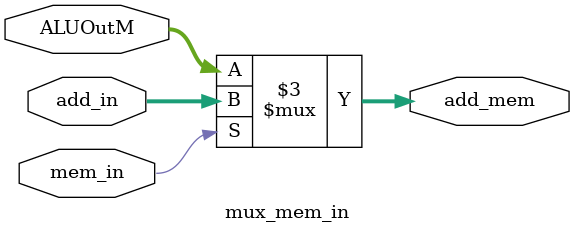
<source format=v>
`timescale 1ns / 1ps
module mux_mem_in(
	input wire [11:0]add_in,
	input wire [11:0]ALUOutM,
	input wire mem_in,
	output reg [11:0] add_mem
    );

always @(*)
begin
      if(mem_in)
			add_mem <= add_in;
      else
         add_mem <= ALUOutM;
end
endmodule
</source>
